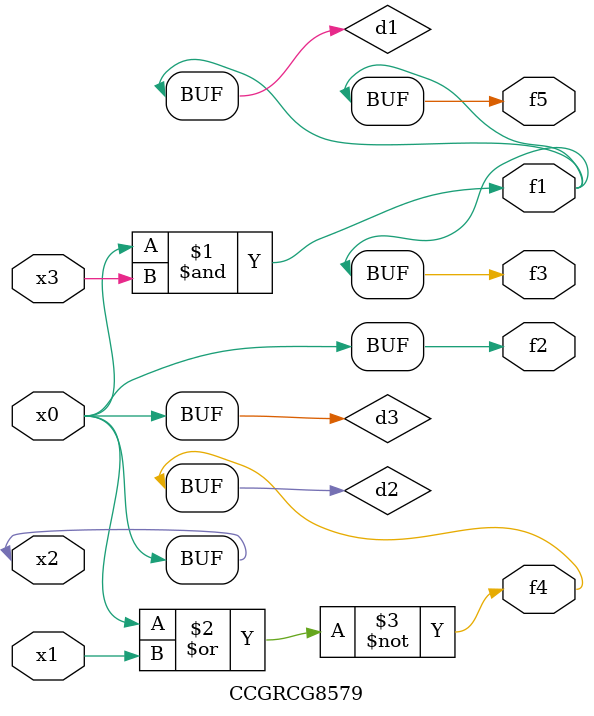
<source format=v>
module CCGRCG8579(
	input x0, x1, x2, x3,
	output f1, f2, f3, f4, f5
);

	wire d1, d2, d3;

	and (d1, x2, x3);
	nor (d2, x0, x1);
	buf (d3, x0, x2);
	assign f1 = d1;
	assign f2 = d3;
	assign f3 = d1;
	assign f4 = d2;
	assign f5 = d1;
endmodule

</source>
